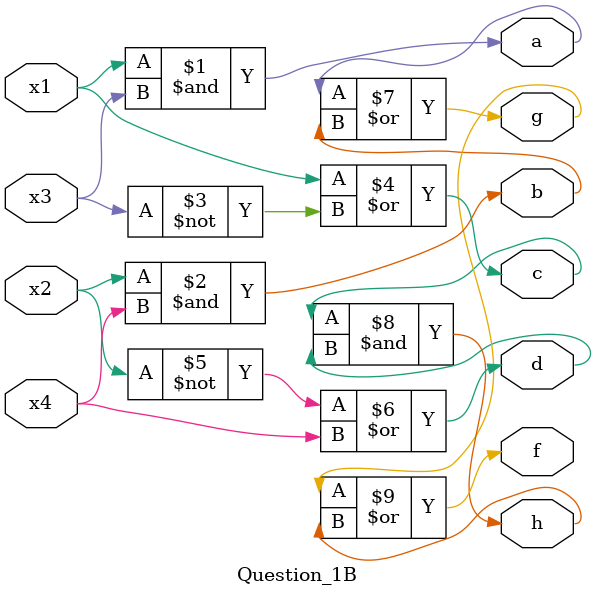
<source format=v>

module Question_1B(x1, x2, x3, x4, f, a, b, c, d, g, h); //in Xilinx the order of all the parameters in here matters.
			
	input x1, x2, x3, x4;
	output f, a, b, c, d, g, h;
	wire a, b, c, d, g, h;

	and (a, x1, x3);
	and (b, x2, x4);
	or (c, x1, ~x3);  //Use of ~ or ! varies.
	or (d, ~x2, x4);
	or (g, a, b);
	and (h, c, d);
	or (f, g, h);
	
endmodule

</source>
